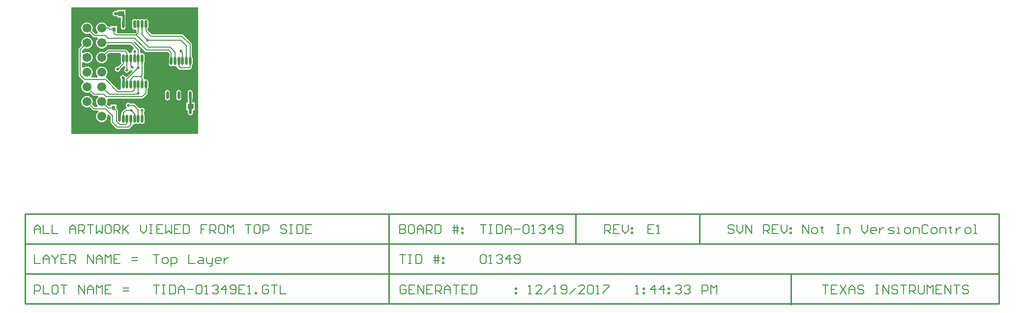
<source format=gtl>
G04 Layer_Physical_Order=1*
G04 Layer_Color=255*
%FSAX25Y25*%
%MOIN*%
G70*
G01*
G75*
%ADD10O,0.01772X0.05512*%
%ADD11R,0.03937X0.03740*%
%ADD12R,0.02362X0.03150*%
%ADD13C,0.02000*%
%ADD14C,0.00800*%
%ADD15C,0.01500*%
%ADD16C,0.01000*%
%ADD17C,0.06102*%
%ADD18R,0.06102X0.06102*%
%ADD19C,0.02000*%
G36*
X0157161Y0155439D02*
X0071239D01*
Y0241361D01*
X0157161D01*
Y0155439D01*
D02*
G37*
%LPC*%
G36*
X0136523Y0185362D02*
X0135870Y0185232D01*
X0135317Y0184862D01*
X0134947Y0184309D01*
X0134817Y0183656D01*
Y0179916D01*
X0134947Y0179263D01*
X0135317Y0178709D01*
X0135870Y0178340D01*
X0136523Y0178210D01*
X0137176Y0178340D01*
X0137729Y0178709D01*
X0138099Y0179263D01*
X0138229Y0179916D01*
Y0183656D01*
X0138099Y0184309D01*
X0137729Y0184862D01*
X0137176Y0185232D01*
X0136523Y0185362D01*
D02*
G37*
G36*
X0151877D02*
X0151224Y0185232D01*
X0150671Y0184862D01*
X0150301Y0184309D01*
X0150171Y0183656D01*
Y0179916D01*
X0150301Y0179263D01*
X0150310Y0179250D01*
Y0176758D01*
X0149394D01*
Y0171442D01*
X0150278D01*
Y0170000D01*
X0150416Y0169303D01*
X0150811Y0168711D01*
X0151403Y0168316D01*
X0152100Y0168178D01*
X0152797Y0168316D01*
X0153389Y0168711D01*
X0153784Y0169303D01*
X0153922Y0170000D01*
Y0171442D01*
X0154905D01*
Y0176758D01*
X0153445D01*
Y0179250D01*
X0153453Y0179263D01*
X0153583Y0179916D01*
Y0183656D01*
X0153453Y0184309D01*
X0153084Y0184862D01*
X0152530Y0185232D01*
X0151877Y0185362D01*
D02*
G37*
G36*
X0121877Y0233590D02*
X0121224Y0233460D01*
X0120671Y0233091D01*
X0120524D01*
X0119971Y0233460D01*
X0119318Y0233590D01*
X0118665Y0233460D01*
X0118039Y0233129D01*
X0117412Y0233460D01*
X0116759Y0233590D01*
X0116106Y0233460D01*
X0115553Y0233091D01*
X0115406D01*
X0114853Y0233460D01*
X0114200Y0233590D01*
X0113547Y0233460D01*
X0112994Y0233091D01*
X0112624Y0232537D01*
X0112494Y0231884D01*
Y0228144D01*
X0112624Y0227491D01*
X0112994Y0226938D01*
X0113547Y0226568D01*
X0114200Y0226438D01*
X0114548Y0226507D01*
X0115356Y0226034D01*
X0115548Y0225830D01*
Y0224560D01*
X0114899Y0223911D01*
X0103200D01*
X0102269Y0224076D01*
Y0228800D01*
X0098331D01*
Y0228695D01*
X0097436Y0228292D01*
X0097332Y0228273D01*
X0096963Y0228519D01*
X0096500Y0228611D01*
X0096500Y0228611D01*
X0095653D01*
X0095353Y0229336D01*
X0094738Y0230138D01*
X0093936Y0230753D01*
X0093002Y0231140D01*
X0092000Y0231272D01*
X0090998Y0231140D01*
X0090064Y0230753D01*
X0089262Y0230138D01*
X0088647Y0229336D01*
X0088260Y0228402D01*
X0088128Y0227400D01*
X0088260Y0226398D01*
X0088647Y0225464D01*
X0089262Y0224662D01*
X0089330Y0224611D01*
X0088990Y0223611D01*
X0087502D01*
X0085439Y0225673D01*
X0085740Y0226398D01*
X0085872Y0227400D01*
X0085740Y0228402D01*
X0085353Y0229336D01*
X0084738Y0230138D01*
X0083936Y0230753D01*
X0083002Y0231140D01*
X0082000Y0231272D01*
X0080998Y0231140D01*
X0080064Y0230753D01*
X0079262Y0230138D01*
X0078647Y0229336D01*
X0078260Y0228402D01*
X0078128Y0227400D01*
X0078260Y0226398D01*
X0078647Y0225464D01*
X0079262Y0224662D01*
X0080064Y0224047D01*
X0080998Y0223660D01*
X0082000Y0223528D01*
X0083002Y0223660D01*
X0083727Y0223961D01*
X0086144Y0221544D01*
X0086144Y0221544D01*
X0086537Y0221282D01*
X0087000Y0221189D01*
X0087000Y0221189D01*
X0088990D01*
X0089330Y0220189D01*
X0089262Y0220138D01*
X0088647Y0219336D01*
X0088260Y0218402D01*
X0088128Y0217400D01*
X0088260Y0216398D01*
X0088647Y0215464D01*
X0089262Y0214662D01*
X0090064Y0214047D01*
X0090998Y0213660D01*
X0092000Y0213528D01*
X0093002Y0213660D01*
X0093936Y0214047D01*
X0094738Y0214662D01*
X0095353Y0215464D01*
X0095653Y0216189D01*
X0111698D01*
X0113654Y0214233D01*
X0113557Y0213560D01*
X0113375Y0213099D01*
X0112911Y0212789D01*
X0112516Y0212197D01*
X0112378Y0211500D01*
X0112433Y0211224D01*
X0111778Y0210432D01*
X0110790Y0210407D01*
X0110213Y0210917D01*
X0110200Y0210981D01*
X0109938Y0211374D01*
X0109938Y0211374D01*
X0108756Y0212556D01*
X0108363Y0212819D01*
X0107900Y0212911D01*
X0107900Y0212911D01*
X0096300D01*
X0096300Y0212911D01*
X0095837Y0212819D01*
X0095444Y0212556D01*
X0095444Y0212556D01*
X0093727Y0210839D01*
X0093002Y0211140D01*
X0092000Y0211272D01*
X0090998Y0211140D01*
X0090064Y0210753D01*
X0089262Y0210138D01*
X0088647Y0209336D01*
X0088260Y0208402D01*
X0088128Y0207400D01*
X0088260Y0206398D01*
X0088647Y0205464D01*
X0089262Y0204662D01*
X0090064Y0204047D01*
X0090998Y0203660D01*
X0092000Y0203528D01*
X0093002Y0203660D01*
X0093936Y0204047D01*
X0094738Y0204662D01*
X0095353Y0205464D01*
X0095740Y0206398D01*
X0095872Y0207400D01*
X0095740Y0208402D01*
X0095439Y0209127D01*
X0096802Y0210489D01*
X0104592D01*
X0105067Y0209489D01*
X0104947Y0209309D01*
X0104817Y0208656D01*
Y0204916D01*
X0104947Y0204263D01*
X0105312Y0203716D01*
Y0203636D01*
X0102949Y0201273D01*
X0102700Y0201322D01*
X0102003Y0201184D01*
X0101411Y0200789D01*
X0101016Y0200197D01*
X0100878Y0199500D01*
X0101016Y0198803D01*
X0101411Y0198211D01*
X0102003Y0197816D01*
X0102700Y0197678D01*
X0103397Y0197816D01*
X0103989Y0198211D01*
X0104384Y0198803D01*
X0104503Y0199402D01*
X0106871Y0201770D01*
X0107871Y0201356D01*
Y0200159D01*
X0107793Y0200107D01*
X0107398Y0199515D01*
X0107260Y0198818D01*
X0107398Y0198121D01*
X0107793Y0197529D01*
X0108385Y0197134D01*
X0109082Y0196996D01*
X0109779Y0197134D01*
X0110371Y0197529D01*
X0110766Y0198121D01*
X0110838Y0198486D01*
X0111795Y0199076D01*
X0112214Y0198961D01*
X0112508Y0197921D01*
X0108917Y0194329D01*
X0108548Y0194353D01*
X0107758Y0194585D01*
X0107489Y0194989D01*
X0106897Y0195384D01*
X0106200Y0195522D01*
X0105503Y0195384D01*
X0104911Y0194989D01*
X0104516Y0194397D01*
X0104378Y0193700D01*
X0104516Y0193003D01*
X0104911Y0192411D01*
X0104947Y0191537D01*
X0104817Y0190884D01*
Y0187144D01*
X0104943Y0186511D01*
X0104947Y0186491D01*
X0104399Y0185511D01*
X0103302D01*
X0095356Y0193456D01*
X0095063Y0193652D01*
X0094895Y0194174D01*
X0094818Y0194767D01*
X0095353Y0195464D01*
X0095740Y0196398D01*
X0095872Y0197400D01*
X0095740Y0198402D01*
X0095353Y0199336D01*
X0094738Y0200138D01*
X0093936Y0200753D01*
X0093002Y0201140D01*
X0092000Y0201272D01*
X0090998Y0201140D01*
X0090064Y0200753D01*
X0089262Y0200138D01*
X0088647Y0199336D01*
X0088260Y0198402D01*
X0088128Y0197400D01*
X0088260Y0196398D01*
X0088647Y0195464D01*
X0089148Y0194811D01*
X0089003Y0194247D01*
X0088730Y0193811D01*
X0085271D01*
X0084997Y0194247D01*
X0084852Y0194811D01*
X0085353Y0195464D01*
X0085740Y0196398D01*
X0085872Y0197400D01*
X0085740Y0198402D01*
X0085353Y0199336D01*
X0084738Y0200138D01*
X0083936Y0200753D01*
X0083002Y0201140D01*
X0082000Y0201272D01*
X0080998Y0201140D01*
X0080064Y0200753D01*
X0079611Y0200405D01*
X0078611Y0200857D01*
Y0203943D01*
X0079611Y0204395D01*
X0080064Y0204047D01*
X0080998Y0203660D01*
X0082000Y0203528D01*
X0083002Y0203660D01*
X0083936Y0204047D01*
X0084738Y0204662D01*
X0085353Y0205464D01*
X0085740Y0206398D01*
X0085872Y0207400D01*
X0085740Y0208402D01*
X0085353Y0209336D01*
X0084738Y0210138D01*
X0083936Y0210753D01*
X0083002Y0211140D01*
X0082000Y0211272D01*
X0080998Y0211140D01*
X0080064Y0210753D01*
X0079611Y0210405D01*
X0078611Y0210857D01*
Y0212298D01*
X0080273Y0213961D01*
X0080998Y0213660D01*
X0082000Y0213528D01*
X0083002Y0213660D01*
X0083936Y0214047D01*
X0084738Y0214662D01*
X0085353Y0215464D01*
X0085740Y0216398D01*
X0085872Y0217400D01*
X0085740Y0218402D01*
X0085353Y0219336D01*
X0084738Y0220138D01*
X0083936Y0220753D01*
X0083002Y0221140D01*
X0082000Y0221272D01*
X0080998Y0221140D01*
X0080064Y0220753D01*
X0079262Y0220138D01*
X0078647Y0219336D01*
X0078260Y0218402D01*
X0078128Y0217400D01*
X0078260Y0216398D01*
X0078561Y0215673D01*
X0076544Y0213656D01*
X0076281Y0213263D01*
X0076189Y0212800D01*
X0076189Y0212800D01*
Y0195500D01*
X0076189Y0195500D01*
X0076281Y0195037D01*
X0076544Y0194644D01*
X0079444Y0191744D01*
X0079627Y0191622D01*
X0079666Y0191544D01*
X0079759Y0190836D01*
X0079716Y0190486D01*
X0079262Y0190138D01*
X0078647Y0189336D01*
X0078260Y0188402D01*
X0078128Y0187400D01*
X0078260Y0186398D01*
X0078647Y0185464D01*
X0079262Y0184662D01*
X0080064Y0184047D01*
X0080998Y0183660D01*
X0082000Y0183528D01*
X0083002Y0183660D01*
X0083727Y0183961D01*
X0085944Y0181744D01*
X0085944Y0181744D01*
X0086337Y0181482D01*
X0086800Y0181389D01*
X0086800Y0181389D01*
X0089251D01*
X0089590Y0180389D01*
X0089262Y0180138D01*
X0088647Y0179336D01*
X0088260Y0178402D01*
X0088128Y0177400D01*
X0088260Y0176398D01*
X0088647Y0175464D01*
X0089148Y0174811D01*
X0089003Y0174247D01*
X0088730Y0173811D01*
X0087301D01*
X0085439Y0175673D01*
X0085740Y0176398D01*
X0085872Y0177400D01*
X0085740Y0178402D01*
X0085353Y0179336D01*
X0084738Y0180138D01*
X0083936Y0180753D01*
X0083002Y0181140D01*
X0082000Y0181272D01*
X0080998Y0181140D01*
X0080064Y0180753D01*
X0079262Y0180138D01*
X0078647Y0179336D01*
X0078260Y0178402D01*
X0078128Y0177400D01*
X0078260Y0176398D01*
X0078647Y0175464D01*
X0079262Y0174662D01*
X0080064Y0174047D01*
X0080998Y0173660D01*
X0082000Y0173528D01*
X0083002Y0173660D01*
X0083727Y0173961D01*
X0085944Y0171744D01*
X0085944Y0171744D01*
X0086337Y0171482D01*
X0086800Y0171389D01*
X0086800Y0171389D01*
X0089251D01*
X0089590Y0170389D01*
X0089262Y0170138D01*
X0088647Y0169336D01*
X0088260Y0168402D01*
X0088128Y0167400D01*
X0088260Y0166398D01*
X0088647Y0165464D01*
X0089262Y0164662D01*
X0090064Y0164047D01*
X0090998Y0163660D01*
X0092000Y0163528D01*
X0093002Y0163660D01*
X0093936Y0164047D01*
X0094738Y0164662D01*
X0095353Y0165464D01*
X0095740Y0166398D01*
X0095872Y0167400D01*
X0095757Y0168272D01*
X0096016Y0168515D01*
X0096664Y0168779D01*
X0098089Y0167354D01*
Y0163500D01*
X0098089Y0163500D01*
X0098181Y0163037D01*
X0098444Y0162644D01*
X0101844Y0159244D01*
X0101844Y0159244D01*
X0102237Y0158982D01*
X0102700Y0158889D01*
X0102700Y0158889D01*
X0109900D01*
X0109900Y0158889D01*
X0110363Y0158982D01*
X0110756Y0159244D01*
X0112497Y0160985D01*
X0112759Y0161378D01*
X0112810Y0161630D01*
X0113177Y0161984D01*
X0113852Y0162279D01*
X0114200Y0162210D01*
X0114853Y0162340D01*
X0115406Y0162709D01*
X0115553D01*
X0116106Y0162340D01*
X0116759Y0162210D01*
X0117412Y0162340D01*
X0117965Y0162709D01*
X0118112D01*
X0118665Y0162340D01*
X0119318Y0162210D01*
X0119971Y0162340D01*
X0120524Y0162709D01*
X0120894Y0163263D01*
X0121024Y0163916D01*
Y0167656D01*
X0120894Y0168309D01*
X0120529Y0168856D01*
Y0170171D01*
X0120589Y0170211D01*
X0120984Y0170803D01*
X0121122Y0171500D01*
X0120984Y0172197D01*
X0120589Y0172789D01*
X0119997Y0173184D01*
X0119300Y0173322D01*
X0118603Y0173184D01*
X0118573Y0173164D01*
X0117841Y0172884D01*
X0117135Y0173277D01*
X0114556Y0175856D01*
X0114163Y0176119D01*
X0113700Y0176211D01*
X0113700Y0176211D01*
X0111341D01*
X0111289Y0176289D01*
X0110697Y0176684D01*
X0110000Y0176822D01*
X0109303Y0176684D01*
X0108711Y0176289D01*
X0108316Y0175697D01*
X0108178Y0175000D01*
X0108316Y0174303D01*
X0108711Y0173711D01*
X0108862Y0173611D01*
X0108559Y0172611D01*
X0108200D01*
X0108200Y0172611D01*
X0107737Y0172519D01*
X0107344Y0172256D01*
X0107344Y0172256D01*
X0105667Y0170579D01*
X0105404Y0170186D01*
X0105312Y0169723D01*
X0105312Y0169723D01*
Y0168856D01*
X0104947Y0168309D01*
X0104817Y0167656D01*
Y0164409D01*
X0103817Y0163995D01*
X0103111Y0164701D01*
Y0171238D01*
X0103111Y0171238D01*
X0103018Y0171701D01*
X0102756Y0172094D01*
X0102756Y0172094D01*
X0101868Y0172981D01*
Y0175600D01*
X0097931D01*
Y0174449D01*
X0096664D01*
X0095439Y0175673D01*
X0095740Y0176398D01*
X0095872Y0177400D01*
X0095740Y0178402D01*
X0095662Y0178589D01*
X0096330Y0179589D01*
X0119400D01*
X0119400Y0179589D01*
X0119863Y0179682D01*
X0120256Y0179944D01*
X0122733Y0182421D01*
X0122733Y0182421D01*
X0122996Y0182814D01*
X0123088Y0183277D01*
Y0185944D01*
X0123453Y0186491D01*
X0123583Y0187144D01*
Y0190884D01*
X0123453Y0191537D01*
X0123083Y0192091D01*
X0122530Y0192460D01*
X0121877Y0192590D01*
X0121529Y0192521D01*
X0120721Y0192994D01*
X0120529Y0193198D01*
Y0193400D01*
X0120437Y0193863D01*
X0120230Y0194400D01*
X0120437Y0194937D01*
X0120529Y0195400D01*
Y0203716D01*
X0120894Y0204263D01*
X0121024Y0204916D01*
Y0208656D01*
X0120894Y0209309D01*
X0120524Y0209862D01*
X0119971Y0210232D01*
X0119318Y0210362D01*
X0118970Y0210293D01*
X0118162Y0210766D01*
X0117970Y0210970D01*
Y0212841D01*
X0117877Y0213304D01*
X0117615Y0213697D01*
X0117615Y0213697D01*
X0113778Y0217534D01*
X0114146Y0218580D01*
X0114292Y0218596D01*
X0121344Y0211544D01*
X0121344Y0211544D01*
X0121737Y0211281D01*
X0122200Y0211189D01*
X0122200Y0211189D01*
X0136698D01*
X0137871Y0210017D01*
Y0208084D01*
X0137506Y0207537D01*
X0137376Y0206884D01*
Y0203144D01*
X0137506Y0202491D01*
X0137876Y0201938D01*
X0138429Y0201568D01*
X0139082Y0201438D01*
X0139735Y0201568D01*
X0140361Y0201899D01*
X0140988Y0201568D01*
X0141641Y0201438D01*
X0141989Y0201507D01*
X0142428Y0201460D01*
X0143069Y0200947D01*
X0143102Y0200905D01*
X0143344Y0200544D01*
X0144344Y0199544D01*
X0144344Y0199544D01*
X0144737Y0199282D01*
X0145200Y0199189D01*
X0151200D01*
X0151200Y0199189D01*
X0151663Y0199282D01*
X0152056Y0199544D01*
X0152733Y0200221D01*
X0152733Y0200221D01*
X0152996Y0200614D01*
X0153088Y0201077D01*
Y0201944D01*
X0153453Y0202491D01*
X0153583Y0203144D01*
Y0206884D01*
X0153453Y0207537D01*
X0153088Y0208084D01*
Y0216423D01*
X0153088Y0216423D01*
X0152996Y0216886D01*
X0152733Y0217279D01*
X0147156Y0222856D01*
X0146763Y0223118D01*
X0146300Y0223211D01*
X0146300Y0223211D01*
X0125901D01*
X0123088Y0226024D01*
Y0226944D01*
X0123453Y0227491D01*
X0123583Y0228144D01*
Y0231884D01*
X0123453Y0232537D01*
X0123083Y0233091D01*
X0122530Y0233460D01*
X0121877Y0233590D01*
D02*
G37*
G36*
X0108006Y0239957D02*
X0102495D01*
Y0239122D01*
X0101100D01*
X0100403Y0238984D01*
X0099811Y0238589D01*
X0099416Y0237997D01*
X0099278Y0237300D01*
X0099416Y0236603D01*
X0099811Y0236011D01*
X0100403Y0235616D01*
X0101100Y0235478D01*
X0102495D01*
Y0234643D01*
X0104955D01*
Y0232550D01*
X0104947Y0232537D01*
X0104817Y0231884D01*
Y0228144D01*
X0104947Y0227491D01*
X0105316Y0226938D01*
X0105870Y0226568D01*
X0106523Y0226438D01*
X0107176Y0226568D01*
X0107729Y0226938D01*
X0108099Y0227491D01*
X0108229Y0228144D01*
Y0231884D01*
X0108099Y0232537D01*
X0108090Y0232550D01*
Y0236028D01*
X0108006Y0236450D01*
Y0239957D01*
D02*
G37*
G36*
X0144200Y0185362D02*
X0143547Y0185232D01*
X0142994Y0184862D01*
X0142624Y0184309D01*
X0142494Y0183656D01*
Y0179916D01*
X0142624Y0179263D01*
X0142994Y0178709D01*
X0143547Y0178340D01*
X0144200Y0178210D01*
X0144853Y0178340D01*
X0145406Y0178709D01*
X0145776Y0179263D01*
X0145906Y0179916D01*
Y0183656D01*
X0145776Y0184309D01*
X0145406Y0184862D01*
X0144853Y0185232D01*
X0144200Y0185362D01*
D02*
G37*
%LPD*%
G54D10*
X0121877Y0230014D02*
D03*
X0119318D02*
D03*
X0116759D02*
D03*
X0114200D02*
D03*
X0111641D02*
D03*
X0109082D02*
D03*
X0106523D02*
D03*
X0121877Y0206786D02*
D03*
X0119318D02*
D03*
X0116759D02*
D03*
X0114200D02*
D03*
X0111641D02*
D03*
X0109082D02*
D03*
X0106523D02*
D03*
X0121877Y0189014D02*
D03*
X0119318D02*
D03*
X0116759D02*
D03*
X0114200D02*
D03*
X0111641D02*
D03*
X0109082D02*
D03*
X0106523D02*
D03*
X0121877Y0165786D02*
D03*
X0119318D02*
D03*
X0116759D02*
D03*
X0114200D02*
D03*
X0111641D02*
D03*
X0109082D02*
D03*
X0106523D02*
D03*
X0136523Y0181786D02*
D03*
X0139082D02*
D03*
X0141641D02*
D03*
X0144200D02*
D03*
X0146759D02*
D03*
X0149318D02*
D03*
X0151877D02*
D03*
X0136523Y0205014D02*
D03*
X0139082D02*
D03*
X0141641D02*
D03*
X0144200D02*
D03*
X0146759D02*
D03*
X0149318D02*
D03*
X0151877D02*
D03*
G54D11*
X0105250Y0237300D02*
D03*
X0111550D02*
D03*
X0152150Y0174100D02*
D03*
X0145850D02*
D03*
G54D12*
X0100300Y0226438D02*
D03*
Y0231162D02*
D03*
X0099900Y0173238D02*
D03*
Y0177962D02*
D03*
G54D13*
X0105862D01*
X0097038Y0231162D02*
X0100300D01*
X0152100Y0174050D02*
X0152150Y0174100D01*
X0152100Y0170000D02*
Y0174050D01*
X0101100Y0237300D02*
X0105250D01*
X0105862Y0177962D02*
X0106200Y0178300D01*
G54D14*
X0097000Y0182400D02*
X0115800D01*
X0116700Y0183300D01*
X0116759Y0183359D02*
Y0189014D01*
X0116700Y0183300D02*
X0116759Y0183359D01*
X0116700Y0182700D02*
Y0183300D01*
X0114200Y0165786D02*
Y0169300D01*
X0112100Y0171400D02*
X0114200Y0169300D01*
X0108200Y0171400D02*
X0112100D01*
X0106523Y0169723D02*
X0108200Y0171400D01*
X0113700Y0175000D02*
X0116759Y0171941D01*
X0114200Y0185800D02*
Y0189014D01*
X0112700Y0184300D02*
X0114200Y0185800D01*
X0102800Y0184300D02*
X0112700D01*
X0094500Y0192600D02*
X0102800Y0184300D01*
X0141641Y0205014D02*
Y0211159D01*
X0138400Y0214400D02*
X0141641Y0211159D01*
X0123700Y0214400D02*
X0138400D01*
X0139082Y0205014D02*
Y0210518D01*
X0137200Y0212400D02*
X0139082Y0210518D01*
X0122200Y0212400D02*
X0137200D01*
X0151877Y0205014D02*
Y0216423D01*
X0146300Y0222000D02*
X0151877Y0216423D01*
X0125400Y0222000D02*
X0146300D01*
X0121877Y0225523D02*
X0125400Y0222000D01*
X0145800Y0219100D02*
X0149318Y0215582D01*
X0123000Y0219100D02*
X0145800D01*
X0149318Y0205014D02*
Y0215582D01*
X0097462Y0226438D02*
X0100300D01*
X0096500Y0227400D02*
X0097462Y0226438D01*
X0092000Y0227400D02*
X0096500D01*
X0101400Y0222700D02*
X0115400D01*
X0100300Y0223800D02*
X0101400Y0222700D01*
X0100300Y0223800D02*
Y0226438D01*
X0102700Y0199500D02*
X0102889D01*
X0106523Y0203134D01*
Y0206786D01*
X0092000Y0177400D02*
X0096162Y0173238D01*
X0099900D01*
X0101900Y0164200D02*
Y0171238D01*
X0099900Y0173238D02*
X0101900Y0171238D01*
X0119318Y0165786D02*
Y0171482D01*
X0119300Y0171500D02*
X0119318Y0171482D01*
X0145500Y0211800D02*
X0146759Y0210541D01*
Y0205014D02*
Y0210541D01*
X0115400Y0222700D02*
X0123700Y0214400D01*
X0114200Y0220400D02*
X0122200Y0212400D01*
X0144200Y0201400D02*
Y0205014D01*
Y0201400D02*
X0145200Y0200400D01*
X0151200D01*
X0151877Y0201077D01*
Y0205014D01*
X0082000Y0227400D02*
X0087000Y0222400D01*
X0092000Y0217400D02*
X0112200D01*
X0116759Y0212841D01*
Y0206786D02*
Y0212841D01*
X0119318Y0195400D02*
Y0206786D01*
X0118318Y0194400D02*
X0119318Y0195400D01*
X0118318Y0194400D02*
X0119318Y0193400D01*
Y0189014D02*
Y0193400D01*
X0109082Y0198818D02*
Y0206786D01*
X0111641Y0201959D02*
Y0206786D01*
Y0201959D02*
X0112600Y0201000D01*
X0082000Y0177400D02*
X0086800Y0172600D01*
X0109082Y0162682D02*
Y0165786D01*
X0086800Y0172600D02*
X0094555D01*
X0099300Y0167855D01*
Y0163500D02*
Y0167855D01*
X0106523Y0165786D02*
Y0169723D01*
X0116759Y0165786D02*
Y0171941D01*
X0121877Y0183277D02*
Y0189014D01*
X0119318Y0222782D02*
Y0230014D01*
Y0222782D02*
X0123000Y0219100D01*
X0114200Y0206786D02*
Y0211500D01*
X0109082Y0206786D02*
Y0210518D01*
X0092000Y0207400D02*
X0096300Y0211700D01*
X0107900D01*
X0109082Y0210518D01*
X0092000Y0187400D02*
X0097000Y0182400D01*
X0095100Y0180800D02*
X0119400D01*
X0121877Y0183277D01*
X0077400Y0212800D02*
X0082000Y0217400D01*
X0077400Y0195500D02*
Y0212800D01*
Y0195500D02*
X0080300Y0192600D01*
X0094500D01*
X0116759Y0224059D02*
Y0230014D01*
X0115400Y0222700D02*
X0116759Y0224059D01*
X0087000Y0222400D02*
X0094200D01*
X0096200Y0220400D01*
X0114200D01*
X0121877Y0225523D02*
Y0230014D01*
X0082000Y0187400D02*
X0086800Y0182600D01*
X0093300D01*
X0095100Y0180800D01*
X0111641Y0189014D02*
Y0192596D01*
X0113445Y0194400D01*
X0118318D01*
X0109082Y0189014D02*
Y0192782D01*
X0116759Y0200459D01*
Y0206786D01*
X0101900Y0164200D02*
X0104300Y0161800D01*
X0108200D01*
X0109082Y0162682D01*
X0099300Y0163500D02*
X0102700Y0160100D01*
X0109900D01*
X0111641Y0161841D01*
Y0165786D01*
X0110000Y0175000D02*
X0113700D01*
X0126900Y0073549D02*
X0130899D01*
X0128899D01*
Y0067551D01*
X0133898D02*
X0135897D01*
X0136897Y0068550D01*
Y0070550D01*
X0135897Y0071549D01*
X0133898D01*
X0132898Y0070550D01*
Y0068550D01*
X0133898Y0067551D01*
X0138896Y0065551D02*
Y0071549D01*
X0141895D01*
X0142895Y0070550D01*
Y0068550D01*
X0141895Y0067551D01*
X0138896D01*
X0150892Y0073549D02*
Y0067551D01*
X0154891D01*
X0157890Y0071549D02*
X0159889D01*
X0160889Y0070550D01*
Y0067551D01*
X0157890D01*
X0156890Y0068550D01*
X0157890Y0069550D01*
X0160889D01*
X0162888Y0071549D02*
Y0068550D01*
X0163888Y0067551D01*
X0166887D01*
Y0066551D01*
X0165887Y0065551D01*
X0164888D01*
X0166887Y0067551D02*
Y0071549D01*
X0171885Y0067551D02*
X0169886D01*
X0168886Y0068550D01*
Y0070550D01*
X0169886Y0071549D01*
X0171885D01*
X0172885Y0070550D01*
Y0069550D01*
X0168886D01*
X0174884Y0071549D02*
Y0067551D01*
Y0069550D01*
X0175884Y0070550D01*
X0176884Y0071549D01*
X0177884D01*
X0567400Y0087833D02*
Y0093831D01*
X0571399Y0087833D01*
Y0093831D01*
X0574398Y0087833D02*
X0576397D01*
X0577397Y0088833D01*
Y0090832D01*
X0576397Y0091832D01*
X0574398D01*
X0573398Y0090832D01*
Y0088833D01*
X0574398Y0087833D01*
X0580396Y0092832D02*
Y0091832D01*
X0579396D01*
X0581395D01*
X0580396D01*
Y0088833D01*
X0581395Y0087833D01*
X0590393Y0093831D02*
X0592392D01*
X0591392D01*
Y0087833D01*
X0590393D01*
X0592392D01*
X0595391D02*
Y0091832D01*
X0598390D01*
X0599390Y0090832D01*
Y0087833D01*
X0607387Y0093831D02*
Y0089833D01*
X0609386Y0087833D01*
X0611386Y0089833D01*
Y0093831D01*
X0616384Y0087833D02*
X0614385D01*
X0613385Y0088833D01*
Y0090832D01*
X0614385Y0091832D01*
X0616384D01*
X0617384Y0090832D01*
Y0089833D01*
X0613385D01*
X0619383Y0091832D02*
Y0087833D01*
Y0089833D01*
X0620383Y0090832D01*
X0621383Y0091832D01*
X0622382D01*
X0625381Y0087833D02*
X0628380D01*
X0629380Y0088833D01*
X0628380Y0089833D01*
X0626381D01*
X0625381Y0090832D01*
X0626381Y0091832D01*
X0629380D01*
X0631379Y0087833D02*
X0633379D01*
X0632379D01*
Y0091832D01*
X0631379D01*
X0637377Y0087833D02*
X0639377D01*
X0640376Y0088833D01*
Y0090832D01*
X0639377Y0091832D01*
X0637377D01*
X0636378Y0090832D01*
Y0088833D01*
X0637377Y0087833D01*
X0642376D02*
Y0091832D01*
X0645375D01*
X0646374Y0090832D01*
Y0087833D01*
X0652373Y0092832D02*
X0651373Y0093831D01*
X0649373D01*
X0648374Y0092832D01*
Y0088833D01*
X0649373Y0087833D01*
X0651373D01*
X0652373Y0088833D01*
X0655372Y0087833D02*
X0657371D01*
X0658371Y0088833D01*
Y0090832D01*
X0657371Y0091832D01*
X0655372D01*
X0654372Y0090832D01*
Y0088833D01*
X0655372Y0087833D01*
X0660370D02*
Y0091832D01*
X0663369D01*
X0664369Y0090832D01*
Y0087833D01*
X0667368Y0092832D02*
Y0091832D01*
X0666368D01*
X0668367D01*
X0667368D01*
Y0088833D01*
X0668367Y0087833D01*
X0671366Y0091832D02*
Y0087833D01*
Y0089833D01*
X0672366Y0090832D01*
X0673366Y0091832D01*
X0674365D01*
X0678364Y0087833D02*
X0680364D01*
X0681363Y0088833D01*
Y0090832D01*
X0680364Y0091832D01*
X0678364D01*
X0677364Y0090832D01*
Y0088833D01*
X0678364Y0087833D01*
X0683362D02*
X0685362D01*
X0684362D01*
Y0093831D01*
X0683362D01*
X0520799Y0092832D02*
X0519799Y0093831D01*
X0517800D01*
X0516800Y0092832D01*
Y0091832D01*
X0517800Y0090832D01*
X0519799D01*
X0520799Y0089833D01*
Y0088833D01*
X0519799Y0087833D01*
X0517800D01*
X0516800Y0088833D01*
X0522798Y0093831D02*
Y0089833D01*
X0524797Y0087833D01*
X0526797Y0089833D01*
Y0093831D01*
X0528796Y0087833D02*
Y0093831D01*
X0532795Y0087833D01*
Y0093831D01*
X0540792Y0087833D02*
Y0093831D01*
X0543791D01*
X0544791Y0092832D01*
Y0090832D01*
X0543791Y0089833D01*
X0540792D01*
X0542792D02*
X0544791Y0087833D01*
X0550789Y0093831D02*
X0546790D01*
Y0087833D01*
X0550789D01*
X0546790Y0090832D02*
X0548790D01*
X0552788Y0093831D02*
Y0089833D01*
X0554788Y0087833D01*
X0556787Y0089833D01*
Y0093831D01*
X0558786Y0091832D02*
X0559786D01*
Y0090832D01*
X0558786D01*
Y0091832D01*
Y0088833D02*
X0559786D01*
Y0087833D01*
X0558786D01*
Y0088833D01*
X0433000Y0087833D02*
Y0093831D01*
X0435999D01*
X0436999Y0092832D01*
Y0090832D01*
X0435999Y0089833D01*
X0433000D01*
X0434999D02*
X0436999Y0087833D01*
X0442997Y0093831D02*
X0438998D01*
Y0087833D01*
X0442997D01*
X0438998Y0090832D02*
X0440997D01*
X0444996Y0093831D02*
Y0089833D01*
X0446995Y0087833D01*
X0448995Y0089833D01*
Y0093831D01*
X0450994Y0091832D02*
X0451994D01*
Y0090832D01*
X0450994D01*
Y0091832D01*
Y0088833D02*
X0451994D01*
Y0087833D01*
X0450994D01*
Y0088833D01*
X0126900Y0052965D02*
X0130899D01*
X0128899D01*
Y0046966D01*
X0132898Y0052965D02*
X0134897D01*
X0133898D01*
Y0046966D01*
X0132898D01*
X0134897D01*
X0137896Y0052965D02*
Y0046966D01*
X0140895D01*
X0141895Y0047966D01*
Y0051965D01*
X0140895Y0052965D01*
X0137896D01*
X0143895Y0046966D02*
Y0050965D01*
X0145894Y0052965D01*
X0147893Y0050965D01*
Y0046966D01*
Y0049966D01*
X0143895D01*
X0149893D02*
X0153891D01*
X0155891Y0051965D02*
X0156890Y0052965D01*
X0158890D01*
X0159889Y0051965D01*
Y0047966D01*
X0158890Y0046966D01*
X0156890D01*
X0155891Y0047966D01*
Y0051965D01*
X0161889Y0046966D02*
X0163888D01*
X0162888D01*
Y0052965D01*
X0161889Y0051965D01*
X0166887D02*
X0167887Y0052965D01*
X0169886D01*
X0170886Y0051965D01*
Y0050965D01*
X0169886Y0049966D01*
X0168886D01*
X0169886D01*
X0170886Y0048966D01*
Y0047966D01*
X0169886Y0046966D01*
X0167887D01*
X0166887Y0047966D01*
X0175884Y0046966D02*
Y0052965D01*
X0172885Y0049966D01*
X0176884D01*
X0178883Y0047966D02*
X0179883Y0046966D01*
X0181882D01*
X0182882Y0047966D01*
Y0051965D01*
X0181882Y0052965D01*
X0179883D01*
X0178883Y0051965D01*
Y0050965D01*
X0179883Y0049966D01*
X0182882D01*
X0188880Y0052965D02*
X0184881D01*
Y0046966D01*
X0188880D01*
X0184881Y0049966D02*
X0186881D01*
X0190879Y0046966D02*
X0192879D01*
X0191879D01*
Y0052965D01*
X0190879Y0051965D01*
X0195878Y0046966D02*
Y0047966D01*
X0196877D01*
Y0046966D01*
X0195878D01*
X0204875Y0051965D02*
X0203875Y0052965D01*
X0201876D01*
X0200876Y0051965D01*
Y0047966D01*
X0201876Y0046966D01*
X0203875D01*
X0204875Y0047966D01*
Y0049966D01*
X0202875D01*
X0206874Y0052965D02*
X0210873D01*
X0208874D01*
Y0046966D01*
X0212872Y0052965D02*
Y0046966D01*
X0216871D01*
X0381150D02*
X0383149D01*
X0382150D01*
Y0052965D01*
X0381150Y0051965D01*
X0390147Y0046966D02*
X0386148D01*
X0390147Y0050965D01*
Y0051965D01*
X0389147Y0052965D01*
X0387148D01*
X0386148Y0051965D01*
X0392146Y0046966D02*
X0396145Y0050965D01*
X0398145Y0046966D02*
X0400144D01*
X0399144D01*
Y0052965D01*
X0398145Y0051965D01*
X0403143Y0047966D02*
X0404143Y0046966D01*
X0406142D01*
X0407142Y0047966D01*
Y0051965D01*
X0406142Y0052965D01*
X0404143D01*
X0403143Y0051965D01*
Y0050965D01*
X0404143Y0049966D01*
X0407142D01*
X0409141Y0046966D02*
X0413140Y0050965D01*
X0419138Y0046966D02*
X0415139D01*
X0419138Y0050965D01*
Y0051965D01*
X0418138Y0052965D01*
X0416139D01*
X0415139Y0051965D01*
X0421137D02*
X0422137Y0052965D01*
X0424136D01*
X0425136Y0051965D01*
Y0047966D01*
X0424136Y0046966D01*
X0422137D01*
X0421137Y0047966D01*
Y0051965D01*
X0427135Y0046966D02*
X0429135D01*
X0428135D01*
Y0052965D01*
X0427135Y0051965D01*
X0432133Y0052965D02*
X0436132D01*
Y0051965D01*
X0432133Y0047966D01*
Y0046966D01*
X0298199Y0051965D02*
X0297199Y0052965D01*
X0295200D01*
X0294200Y0051965D01*
Y0047966D01*
X0295200Y0046966D01*
X0297199D01*
X0298199Y0047966D01*
Y0049966D01*
X0296199D01*
X0304197Y0052965D02*
X0300198D01*
Y0046966D01*
X0304197D01*
X0300198Y0049966D02*
X0302197D01*
X0306196Y0046966D02*
Y0052965D01*
X0310195Y0046966D01*
Y0052965D01*
X0316193D02*
X0312194D01*
Y0046966D01*
X0316193D01*
X0312194Y0049966D02*
X0314194D01*
X0318192Y0046966D02*
Y0052965D01*
X0321191D01*
X0322191Y0051965D01*
Y0049966D01*
X0321191Y0048966D01*
X0318192D01*
X0320192D02*
X0322191Y0046966D01*
X0324190D02*
Y0050965D01*
X0326190Y0052965D01*
X0328189Y0050965D01*
Y0046966D01*
Y0049966D01*
X0324190D01*
X0330188Y0052965D02*
X0334187D01*
X0332188D01*
Y0046966D01*
X0340185Y0052965D02*
X0336186D01*
Y0046966D01*
X0340185D01*
X0336186Y0049966D02*
X0338186D01*
X0342184Y0052965D02*
Y0046966D01*
X0345183D01*
X0346183Y0047966D01*
Y0051965D01*
X0345183Y0052965D01*
X0342184D01*
X0372175Y0050965D02*
X0373175D01*
Y0049966D01*
X0372175D01*
Y0050965D01*
Y0047966D02*
X0373175D01*
Y0046966D01*
X0372175D01*
Y0047966D01*
X0046350Y0087833D02*
Y0091832D01*
X0048349Y0093831D01*
X0050349Y0091832D01*
Y0087833D01*
Y0090832D01*
X0046350D01*
X0052348Y0093831D02*
Y0087833D01*
X0056347D01*
X0058346Y0093831D02*
Y0087833D01*
X0062345D01*
X0070342D02*
Y0091832D01*
X0072342Y0093831D01*
X0074341Y0091832D01*
Y0087833D01*
Y0090832D01*
X0070342D01*
X0076340Y0087833D02*
Y0093831D01*
X0079339D01*
X0080339Y0092832D01*
Y0090832D01*
X0079339Y0089833D01*
X0076340D01*
X0078340D02*
X0080339Y0087833D01*
X0082338Y0093831D02*
X0086337D01*
X0084338D01*
Y0087833D01*
X0088336Y0093831D02*
Y0087833D01*
X0090336Y0089833D01*
X0092335Y0087833D01*
Y0093831D01*
X0097334D02*
X0095334D01*
X0094335Y0092832D01*
Y0088833D01*
X0095334Y0087833D01*
X0097334D01*
X0098333Y0088833D01*
Y0092832D01*
X0097334Y0093831D01*
X0100332Y0087833D02*
Y0093831D01*
X0103332D01*
X0104331Y0092832D01*
Y0090832D01*
X0103332Y0089833D01*
X0100332D01*
X0102332D02*
X0104331Y0087833D01*
X0106331Y0093831D02*
Y0087833D01*
Y0089833D01*
X0110329Y0093831D01*
X0107330Y0090832D01*
X0110329Y0087833D01*
X0118327Y0093831D02*
Y0089833D01*
X0120326Y0087833D01*
X0122325Y0089833D01*
Y0093831D01*
X0124325D02*
X0126324D01*
X0125324D01*
Y0087833D01*
X0124325D01*
X0126324D01*
X0133322Y0093831D02*
X0129323D01*
Y0087833D01*
X0133322D01*
X0129323Y0090832D02*
X0131323D01*
X0135321Y0093831D02*
Y0087833D01*
X0137321Y0089833D01*
X0139320Y0087833D01*
Y0093831D01*
X0145318D02*
X0141319D01*
Y0087833D01*
X0145318D01*
X0141319Y0090832D02*
X0143319D01*
X0147317Y0093831D02*
Y0087833D01*
X0150316D01*
X0151316Y0088833D01*
Y0092832D01*
X0150316Y0093831D01*
X0147317D01*
X0163312D02*
X0159313D01*
Y0090832D01*
X0161313D01*
X0159313D01*
Y0087833D01*
X0165312D02*
Y0093831D01*
X0168310D01*
X0169310Y0092832D01*
Y0090832D01*
X0168310Y0089833D01*
X0165312D01*
X0167311D02*
X0169310Y0087833D01*
X0174309Y0093831D02*
X0172309D01*
X0171310Y0092832D01*
Y0088833D01*
X0172309Y0087833D01*
X0174309D01*
X0175308Y0088833D01*
Y0092832D01*
X0174309Y0093831D01*
X0177308Y0087833D02*
Y0093831D01*
X0179307Y0091832D01*
X0181306Y0093831D01*
Y0087833D01*
X0189304Y0093831D02*
X0193303D01*
X0191303D01*
Y0087833D01*
X0198301Y0093831D02*
X0196301D01*
X0195302Y0092832D01*
Y0088833D01*
X0196301Y0087833D01*
X0198301D01*
X0199301Y0088833D01*
Y0092832D01*
X0198301Y0093831D01*
X0201300Y0087833D02*
Y0093831D01*
X0204299D01*
X0205299Y0092832D01*
Y0090832D01*
X0204299Y0089833D01*
X0201300D01*
X0217295Y0092832D02*
X0216295Y0093831D01*
X0214296D01*
X0213296Y0092832D01*
Y0091832D01*
X0214296Y0090832D01*
X0216295D01*
X0217295Y0089833D01*
Y0088833D01*
X0216295Y0087833D01*
X0214296D01*
X0213296Y0088833D01*
X0219294Y0093831D02*
X0221293D01*
X0220294D01*
Y0087833D01*
X0219294D01*
X0221293D01*
X0224292Y0093831D02*
Y0087833D01*
X0227291D01*
X0228291Y0088833D01*
Y0092832D01*
X0227291Y0093831D01*
X0224292D01*
X0234289D02*
X0230291D01*
Y0087833D01*
X0234289D01*
X0230291Y0090832D02*
X0232290D01*
X0466149Y0093831D02*
X0462150D01*
Y0087833D01*
X0466149D01*
X0462150Y0090832D02*
X0464149D01*
X0468148Y0087833D02*
X0470147D01*
X0469148D01*
Y0093831D01*
X0468148Y0092832D01*
X0348550Y0093831D02*
X0352549D01*
X0350549D01*
Y0087833D01*
X0354548Y0093831D02*
X0356547D01*
X0355548D01*
Y0087833D01*
X0354548D01*
X0356547D01*
X0359546Y0093831D02*
Y0087833D01*
X0362545D01*
X0363545Y0088833D01*
Y0092832D01*
X0362545Y0093831D01*
X0359546D01*
X0365545Y0087833D02*
Y0091832D01*
X0367544Y0093831D01*
X0369543Y0091832D01*
Y0087833D01*
Y0090832D01*
X0365545D01*
X0371543D02*
X0375541D01*
X0377541Y0092832D02*
X0378540Y0093831D01*
X0380540D01*
X0381539Y0092832D01*
Y0088833D01*
X0380540Y0087833D01*
X0378540D01*
X0377541Y0088833D01*
Y0092832D01*
X0383539Y0087833D02*
X0385538D01*
X0384538D01*
Y0093831D01*
X0383539Y0092832D01*
X0388537D02*
X0389537Y0093831D01*
X0391536D01*
X0392536Y0092832D01*
Y0091832D01*
X0391536Y0090832D01*
X0390536D01*
X0391536D01*
X0392536Y0089833D01*
Y0088833D01*
X0391536Y0087833D01*
X0389537D01*
X0388537Y0088833D01*
X0397534Y0087833D02*
Y0093831D01*
X0394535Y0090832D01*
X0398534D01*
X0400533Y0088833D02*
X0401533Y0087833D01*
X0403532D01*
X0404532Y0088833D01*
Y0092832D01*
X0403532Y0093831D01*
X0401533D01*
X0400533Y0092832D01*
Y0091832D01*
X0401533Y0090832D01*
X0404532D01*
X0294000Y0093831D02*
Y0087833D01*
X0296999D01*
X0297999Y0088833D01*
Y0089833D01*
X0296999Y0090832D01*
X0294000D01*
X0296999D01*
X0297999Y0091832D01*
Y0092832D01*
X0296999Y0093831D01*
X0294000D01*
X0302997D02*
X0300998D01*
X0299998Y0092832D01*
Y0088833D01*
X0300998Y0087833D01*
X0302997D01*
X0303997Y0088833D01*
Y0092832D01*
X0302997Y0093831D01*
X0305996Y0087833D02*
Y0091832D01*
X0307996Y0093831D01*
X0309995Y0091832D01*
Y0087833D01*
Y0090832D01*
X0305996D01*
X0311994Y0087833D02*
Y0093831D01*
X0314993D01*
X0315993Y0092832D01*
Y0090832D01*
X0314993Y0089833D01*
X0311994D01*
X0313994D02*
X0315993Y0087833D01*
X0317992Y0093831D02*
Y0087833D01*
X0320991D01*
X0321991Y0088833D01*
Y0092832D01*
X0320991Y0093831D01*
X0317992D01*
X0330988Y0087833D02*
Y0093831D01*
X0332987D02*
Y0087833D01*
X0329988Y0091832D02*
X0332987D01*
X0333987D01*
X0329988Y0089833D02*
X0333987D01*
X0335986Y0091832D02*
X0336986D01*
Y0090832D01*
X0335986D01*
Y0091832D01*
Y0088833D02*
X0336986D01*
Y0087833D01*
X0335986D01*
Y0088833D01*
X0046350Y0073549D02*
Y0067551D01*
X0050349D01*
X0052348D02*
Y0071549D01*
X0054347Y0073549D01*
X0056347Y0071549D01*
Y0067551D01*
Y0070550D01*
X0052348D01*
X0058346Y0073549D02*
Y0072549D01*
X0060346Y0070550D01*
X0062345Y0072549D01*
Y0073549D01*
X0060346Y0070550D02*
Y0067551D01*
X0068343Y0073549D02*
X0064344D01*
Y0067551D01*
X0068343D01*
X0064344Y0070550D02*
X0066343D01*
X0070342Y0067551D02*
Y0073549D01*
X0073341D01*
X0074341Y0072549D01*
Y0070550D01*
X0073341Y0069550D01*
X0070342D01*
X0072342D02*
X0074341Y0067551D01*
X0082338D02*
Y0073549D01*
X0086337Y0067551D01*
Y0073549D01*
X0088336Y0067551D02*
Y0071549D01*
X0090336Y0073549D01*
X0092335Y0071549D01*
Y0067551D01*
Y0070550D01*
X0088336D01*
X0094335Y0067551D02*
Y0073549D01*
X0096334Y0071549D01*
X0098333Y0073549D01*
Y0067551D01*
X0104331Y0073549D02*
X0100332D01*
Y0067551D01*
X0104331D01*
X0100332Y0070550D02*
X0102332D01*
X0112329Y0069550D02*
X0116327D01*
X0112329Y0071549D02*
X0116327D01*
X0046350Y0046966D02*
Y0052965D01*
X0049349D01*
X0050349Y0051965D01*
Y0049966D01*
X0049349Y0048966D01*
X0046350D01*
X0052348Y0052965D02*
Y0046966D01*
X0056347D01*
X0061345Y0052965D02*
X0059346D01*
X0058346Y0051965D01*
Y0047966D01*
X0059346Y0046966D01*
X0061345D01*
X0062345Y0047966D01*
Y0051965D01*
X0061345Y0052965D01*
X0064344D02*
X0068343D01*
X0066343D01*
Y0046966D01*
X0076340D02*
Y0052965D01*
X0080339Y0046966D01*
Y0052965D01*
X0082338Y0046966D02*
Y0050965D01*
X0084338Y0052965D01*
X0086337Y0050965D01*
Y0046966D01*
Y0049966D01*
X0082338D01*
X0088336Y0046966D02*
Y0052965D01*
X0090336Y0050965D01*
X0092335Y0052965D01*
Y0046966D01*
X0098333Y0052965D02*
X0094335D01*
Y0046966D01*
X0098333D01*
X0094335Y0049966D02*
X0096334D01*
X0106331Y0048966D02*
X0110329D01*
X0106331Y0050965D02*
X0110329D01*
X0454050Y0046966D02*
X0456049D01*
X0455050D01*
Y0052965D01*
X0454050Y0051965D01*
X0459048Y0050965D02*
X0460048D01*
Y0049966D01*
X0459048D01*
Y0050965D01*
Y0047966D02*
X0460048D01*
Y0046966D01*
X0459048D01*
Y0047966D01*
X0467046Y0046966D02*
Y0052965D01*
X0464047Y0049966D01*
X0468046D01*
X0473044Y0046966D02*
Y0052965D01*
X0470045Y0049966D01*
X0474044D01*
X0476043Y0050965D02*
X0477043D01*
Y0049966D01*
X0476043D01*
Y0050965D01*
Y0047966D02*
X0477043D01*
Y0046966D01*
X0476043D01*
Y0047966D01*
X0481041Y0051965D02*
X0482041Y0052965D01*
X0484040D01*
X0485040Y0051965D01*
Y0050965D01*
X0484040Y0049966D01*
X0483041D01*
X0484040D01*
X0485040Y0048966D01*
Y0047966D01*
X0484040Y0046966D01*
X0482041D01*
X0481041Y0047966D01*
X0487039Y0051965D02*
X0488039Y0052965D01*
X0490038D01*
X0491038Y0051965D01*
Y0050965D01*
X0490038Y0049966D01*
X0489039D01*
X0490038D01*
X0491038Y0048966D01*
Y0047966D01*
X0490038Y0046966D01*
X0488039D01*
X0487039Y0047966D01*
X0499035Y0046966D02*
Y0052965D01*
X0502035D01*
X0503034Y0051965D01*
Y0049966D01*
X0502035Y0048966D01*
X0499035D01*
X0505033Y0046966D02*
Y0052965D01*
X0507033Y0050965D01*
X0509032Y0052965D01*
Y0046966D01*
X0580500Y0052965D02*
X0584499D01*
X0582499D01*
Y0046966D01*
X0590497Y0052965D02*
X0586498D01*
Y0046966D01*
X0590497D01*
X0586498Y0049966D02*
X0588497D01*
X0592496Y0052965D02*
X0596495Y0046966D01*
Y0052965D02*
X0592496Y0046966D01*
X0598494D02*
Y0050965D01*
X0600493Y0052965D01*
X0602493Y0050965D01*
Y0046966D01*
Y0049966D01*
X0598494D01*
X0608491Y0051965D02*
X0607491Y0052965D01*
X0605492D01*
X0604492Y0051965D01*
Y0050965D01*
X0605492Y0049966D01*
X0607491D01*
X0608491Y0048966D01*
Y0047966D01*
X0607491Y0046966D01*
X0605492D01*
X0604492Y0047966D01*
X0616488Y0052965D02*
X0618488D01*
X0617488D01*
Y0046966D01*
X0616488D01*
X0618488D01*
X0621487D02*
Y0052965D01*
X0625486Y0046966D01*
Y0052965D01*
X0631484Y0051965D02*
X0630484Y0052965D01*
X0628484D01*
X0627485Y0051965D01*
Y0050965D01*
X0628484Y0049966D01*
X0630484D01*
X0631484Y0048966D01*
Y0047966D01*
X0630484Y0046966D01*
X0628484D01*
X0627485Y0047966D01*
X0633483Y0052965D02*
X0637482D01*
X0635482D01*
Y0046966D01*
X0639481D02*
Y0052965D01*
X0642480D01*
X0643480Y0051965D01*
Y0049966D01*
X0642480Y0048966D01*
X0639481D01*
X0641480D02*
X0643480Y0046966D01*
X0645479Y0052965D02*
Y0047966D01*
X0646479Y0046966D01*
X0648478D01*
X0649478Y0047966D01*
Y0052965D01*
X0651477Y0046966D02*
Y0052965D01*
X0653476Y0050965D01*
X0655476Y0052965D01*
Y0046966D01*
X0661474Y0052965D02*
X0657475D01*
Y0046966D01*
X0661474D01*
X0657475Y0049966D02*
X0659474D01*
X0663473Y0046966D02*
Y0052965D01*
X0667472Y0046966D01*
Y0052965D01*
X0669471D02*
X0673470D01*
X0671471D01*
Y0046966D01*
X0679468Y0051965D02*
X0678468Y0052965D01*
X0676469D01*
X0675469Y0051965D01*
Y0050965D01*
X0676469Y0049966D01*
X0678468D01*
X0679468Y0048966D01*
Y0047966D01*
X0678468Y0046966D01*
X0676469D01*
X0675469Y0047966D01*
X0294000Y0073498D02*
X0297999D01*
X0295999D01*
Y0067500D01*
X0299998Y0073498D02*
X0301997D01*
X0300998D01*
Y0067500D01*
X0299998D01*
X0301997D01*
X0304996Y0073498D02*
Y0067500D01*
X0307996D01*
X0308995Y0068500D01*
Y0072498D01*
X0307996Y0073498D01*
X0304996D01*
X0317992Y0067500D02*
Y0073498D01*
X0319992D02*
Y0067500D01*
X0316993Y0071499D02*
X0319992D01*
X0320991D01*
X0316993Y0069499D02*
X0320991D01*
X0322991Y0071499D02*
X0323990D01*
Y0070499D01*
X0322991D01*
Y0071499D01*
Y0068500D02*
X0323990D01*
Y0067500D01*
X0322991D01*
Y0068500D01*
X0348550Y0072498D02*
X0349550Y0073498D01*
X0351549D01*
X0352549Y0072498D01*
Y0068500D01*
X0351549Y0067500D01*
X0349550D01*
X0348550Y0068500D01*
Y0072498D01*
X0354548Y0067500D02*
X0356547D01*
X0355548D01*
Y0073498D01*
X0354548Y0072498D01*
X0359546D02*
X0360546Y0073498D01*
X0362545D01*
X0363545Y0072498D01*
Y0071499D01*
X0362545Y0070499D01*
X0361546D01*
X0362545D01*
X0363545Y0069499D01*
Y0068500D01*
X0362545Y0067500D01*
X0360546D01*
X0359546Y0068500D01*
X0368544Y0067500D02*
Y0073498D01*
X0365545Y0070499D01*
X0369543D01*
X0371543Y0068500D02*
X0372542Y0067500D01*
X0374542D01*
X0375541Y0068500D01*
Y0072498D01*
X0374542Y0073498D01*
X0372542D01*
X0371543Y0072498D01*
Y0071499D01*
X0372542Y0070499D01*
X0375541D01*
G54D15*
X0109082Y0230014D02*
X0111641D01*
X0151877Y0174372D02*
Y0181786D01*
Y0174372D02*
X0152150Y0174100D01*
X0106523Y0189014D02*
Y0193377D01*
X0106200Y0193700D02*
X0106523Y0193377D01*
X0111641Y0230014D02*
Y0237209D01*
X0106523Y0230014D02*
Y0236028D01*
X0105250Y0237300D02*
X0106523Y0236028D01*
G54D16*
X0497200Y0080717D02*
Y0101050D01*
X0413200Y0080717D02*
Y0101050D01*
X0040000Y0080717D02*
X0700200D01*
X0040000Y0060383D02*
X0700000D01*
X0040000Y0040050D02*
X0440500D01*
X0040050Y0101050D02*
X0700200D01*
X0040050Y0040050D02*
Y0101050D01*
Y0040050D02*
X0197600D01*
X0040000D02*
Y0101050D01*
X0286500Y0040050D02*
Y0101050D01*
X0700200Y0040050D02*
Y0101050D01*
X0440500Y0040050D02*
X0700200D01*
X0559400Y0039400D02*
Y0059683D01*
G54D17*
X0092000Y0227400D02*
D03*
Y0217400D02*
D03*
Y0207400D02*
D03*
Y0197400D02*
D03*
Y0187400D02*
D03*
Y0177400D02*
D03*
Y0167400D02*
D03*
X0082000Y0227400D02*
D03*
Y0217400D02*
D03*
Y0207400D02*
D03*
Y0197400D02*
D03*
Y0187400D02*
D03*
Y0177400D02*
D03*
G54D18*
Y0167400D02*
D03*
G54D19*
X0128400Y0183200D02*
D03*
X0116700Y0183300D02*
D03*
X0112100Y0171400D02*
D03*
X0097038Y0231162D02*
D03*
X0102700Y0199500D02*
D03*
X0125362Y0203338D02*
D03*
X0116759Y0200459D02*
D03*
X0119300Y0171500D02*
D03*
X0145500Y0211800D02*
D03*
X0109082Y0198818D02*
D03*
X0112600Y0201000D02*
D03*
X0123000Y0219100D02*
D03*
X0114200Y0211500D02*
D03*
X0152100Y0170000D02*
D03*
X0106200Y0193700D02*
D03*
X0101100Y0237300D02*
D03*
X0106200Y0178300D02*
D03*
X0110000Y0175000D02*
D03*
X0102500Y0177900D02*
D03*
M02*

</source>
